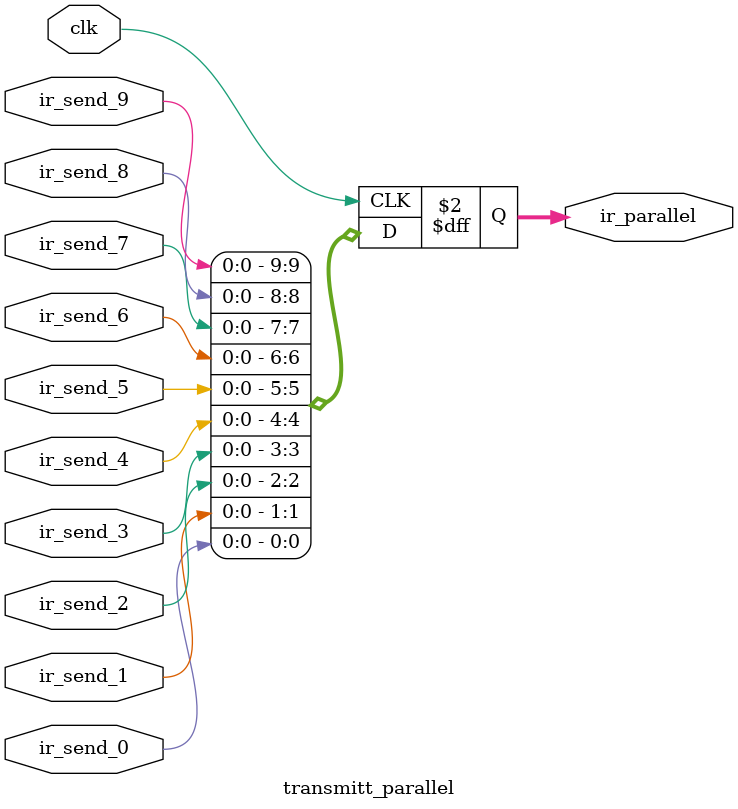
<source format=v>
`timescale 1ns / 1ps


module transmitt_parallel(
    input clk,
    input wire ir_send_0,
    input wire ir_send_1,
    input wire ir_send_2,
    input wire ir_send_3,
    input wire ir_send_4,
    input wire ir_send_5,
    input wire ir_send_6,
    input wire ir_send_7,
    input wire ir_send_8,
    input wire ir_send_9,
    output reg[9:0] ir_parallel
);
always @(posedge clk) begin
    ir_parallel[0] <= ir_send_0;
    ir_parallel[1] <= ir_send_1;
    ir_parallel[2] <= ir_send_2;
    ir_parallel[3] <= ir_send_3;
    ir_parallel[4] <= ir_send_4;
    ir_parallel[5] <= ir_send_5;
    ir_parallel[6] <= ir_send_6;
    ir_parallel[7] <= ir_send_7;
    ir_parallel[8] <= ir_send_8;
    ir_parallel[9] <= ir_send_9;
end   
endmodule

</source>
